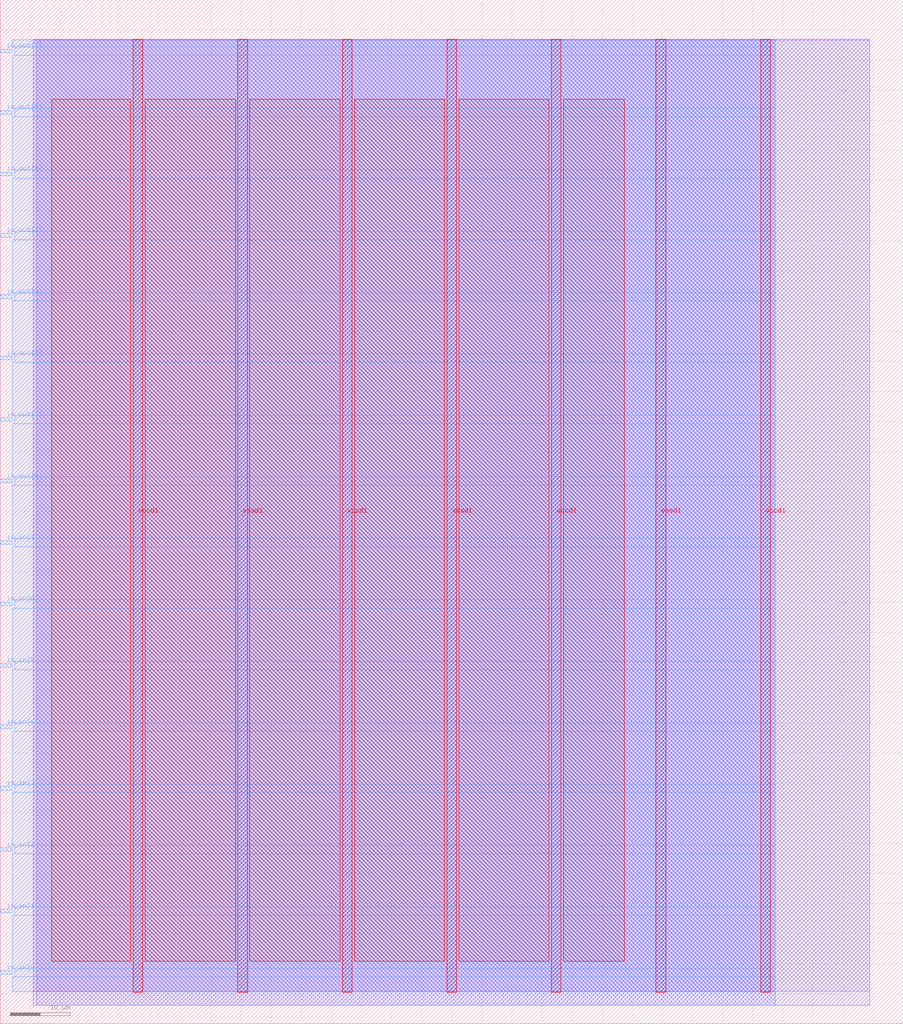
<source format=lef>
VERSION 5.7 ;
  NOWIREEXTENSIONATPIN ON ;
  DIVIDERCHAR "/" ;
  BUSBITCHARS "[]" ;
MACRO krasin_tt02_verilog_spi_7_channel_pwm_driver
  CLASS BLOCK ;
  FOREIGN krasin_tt02_verilog_spi_7_channel_pwm_driver ;
  ORIGIN 0.000 0.000 ;
  SIZE 150.000 BY 170.000 ;
  PIN io_in[0]
    DIRECTION INPUT ;
    USE SIGNAL ;
    PORT
      LAYER met3 ;
        RECT 0.000 8.200 2.000 8.800 ;
    END
  END io_in[0]
  PIN io_in[1]
    DIRECTION INPUT ;
    USE SIGNAL ;
    PORT
      LAYER met3 ;
        RECT 0.000 18.400 2.000 19.000 ;
    END
  END io_in[1]
  PIN io_in[2]
    DIRECTION INPUT ;
    USE SIGNAL ;
    PORT
      LAYER met3 ;
        RECT 0.000 28.600 2.000 29.200 ;
    END
  END io_in[2]
  PIN io_in[3]
    DIRECTION INPUT ;
    USE SIGNAL ;
    PORT
      LAYER met3 ;
        RECT 0.000 38.800 2.000 39.400 ;
    END
  END io_in[3]
  PIN io_in[4]
    DIRECTION INPUT ;
    USE SIGNAL ;
    PORT
      LAYER met3 ;
        RECT 0.000 49.000 2.000 49.600 ;
    END
  END io_in[4]
  PIN io_in[5]
    DIRECTION INPUT ;
    USE SIGNAL ;
    PORT
      LAYER met3 ;
        RECT 0.000 59.200 2.000 59.800 ;
    END
  END io_in[5]
  PIN io_in[6]
    DIRECTION INPUT ;
    USE SIGNAL ;
    PORT
      LAYER met3 ;
        RECT 0.000 69.400 2.000 70.000 ;
    END
  END io_in[6]
  PIN io_in[7]
    DIRECTION INPUT ;
    USE SIGNAL ;
    PORT
      LAYER met3 ;
        RECT 0.000 79.600 2.000 80.200 ;
    END
  END io_in[7]
  PIN io_out[0]
    DIRECTION OUTPUT TRISTATE ;
    USE SIGNAL ;
    PORT
      LAYER met3 ;
        RECT 0.000 89.800 2.000 90.400 ;
    END
  END io_out[0]
  PIN io_out[1]
    DIRECTION OUTPUT TRISTATE ;
    USE SIGNAL ;
    PORT
      LAYER met3 ;
        RECT 0.000 100.000 2.000 100.600 ;
    END
  END io_out[1]
  PIN io_out[2]
    DIRECTION OUTPUT TRISTATE ;
    USE SIGNAL ;
    PORT
      LAYER met3 ;
        RECT 0.000 110.200 2.000 110.800 ;
    END
  END io_out[2]
  PIN io_out[3]
    DIRECTION OUTPUT TRISTATE ;
    USE SIGNAL ;
    PORT
      LAYER met3 ;
        RECT 0.000 120.400 2.000 121.000 ;
    END
  END io_out[3]
  PIN io_out[4]
    DIRECTION OUTPUT TRISTATE ;
    USE SIGNAL ;
    PORT
      LAYER met3 ;
        RECT 0.000 130.600 2.000 131.200 ;
    END
  END io_out[4]
  PIN io_out[5]
    DIRECTION OUTPUT TRISTATE ;
    USE SIGNAL ;
    PORT
      LAYER met3 ;
        RECT 0.000 140.800 2.000 141.400 ;
    END
  END io_out[5]
  PIN io_out[6]
    DIRECTION OUTPUT TRISTATE ;
    USE SIGNAL ;
    PORT
      LAYER met3 ;
        RECT 0.000 151.000 2.000 151.600 ;
    END
  END io_out[6]
  PIN io_out[7]
    DIRECTION OUTPUT TRISTATE ;
    USE SIGNAL ;
    PORT
      LAYER met3 ;
        RECT 0.000 161.200 2.000 161.800 ;
    END
  END io_out[7]
  PIN vccd1
    DIRECTION INOUT ;
    USE POWER ;
    PORT
      LAYER met4 ;
        RECT 22.090 5.200 23.690 163.440 ;
    END
    PORT
      LAYER met4 ;
        RECT 56.830 5.200 58.430 163.440 ;
    END
    PORT
      LAYER met4 ;
        RECT 91.570 5.200 93.170 163.440 ;
    END
    PORT
      LAYER met4 ;
        RECT 126.310 5.200 127.910 163.440 ;
    END
  END vccd1
  PIN vssd1
    DIRECTION INOUT ;
    USE GROUND ;
    PORT
      LAYER met4 ;
        RECT 39.460 5.200 41.060 163.440 ;
    END
    PORT
      LAYER met4 ;
        RECT 74.200 5.200 75.800 163.440 ;
    END
    PORT
      LAYER met4 ;
        RECT 108.940 5.200 110.540 163.440 ;
    END
  END vssd1
  OBS
      LAYER li1 ;
        RECT 5.520 5.355 144.440 163.285 ;
      LAYER met1 ;
        RECT 5.520 3.100 144.440 163.440 ;
      LAYER met2 ;
        RECT 6.080 3.070 128.710 163.385 ;
      LAYER met3 ;
        RECT 2.000 162.200 128.735 163.365 ;
        RECT 2.400 160.800 128.735 162.200 ;
        RECT 2.000 152.000 128.735 160.800 ;
        RECT 2.400 150.600 128.735 152.000 ;
        RECT 2.000 141.800 128.735 150.600 ;
        RECT 2.400 140.400 128.735 141.800 ;
        RECT 2.000 131.600 128.735 140.400 ;
        RECT 2.400 130.200 128.735 131.600 ;
        RECT 2.000 121.400 128.735 130.200 ;
        RECT 2.400 120.000 128.735 121.400 ;
        RECT 2.000 111.200 128.735 120.000 ;
        RECT 2.400 109.800 128.735 111.200 ;
        RECT 2.000 101.000 128.735 109.800 ;
        RECT 2.400 99.600 128.735 101.000 ;
        RECT 2.000 90.800 128.735 99.600 ;
        RECT 2.400 89.400 128.735 90.800 ;
        RECT 2.000 80.600 128.735 89.400 ;
        RECT 2.400 79.200 128.735 80.600 ;
        RECT 2.000 70.400 128.735 79.200 ;
        RECT 2.400 69.000 128.735 70.400 ;
        RECT 2.000 60.200 128.735 69.000 ;
        RECT 2.400 58.800 128.735 60.200 ;
        RECT 2.000 50.000 128.735 58.800 ;
        RECT 2.400 48.600 128.735 50.000 ;
        RECT 2.000 39.800 128.735 48.600 ;
        RECT 2.400 38.400 128.735 39.800 ;
        RECT 2.000 29.600 128.735 38.400 ;
        RECT 2.400 28.200 128.735 29.600 ;
        RECT 2.000 19.400 128.735 28.200 ;
        RECT 2.400 18.000 128.735 19.400 ;
        RECT 2.000 9.200 128.735 18.000 ;
        RECT 2.400 7.800 128.735 9.200 ;
        RECT 2.000 5.275 128.735 7.800 ;
      LAYER met4 ;
        RECT 8.575 10.375 21.690 153.505 ;
        RECT 24.090 10.375 39.060 153.505 ;
        RECT 41.460 10.375 56.430 153.505 ;
        RECT 58.830 10.375 73.800 153.505 ;
        RECT 76.200 10.375 91.170 153.505 ;
        RECT 93.570 10.375 103.665 153.505 ;
  END
END krasin_tt02_verilog_spi_7_channel_pwm_driver
END LIBRARY


</source>
